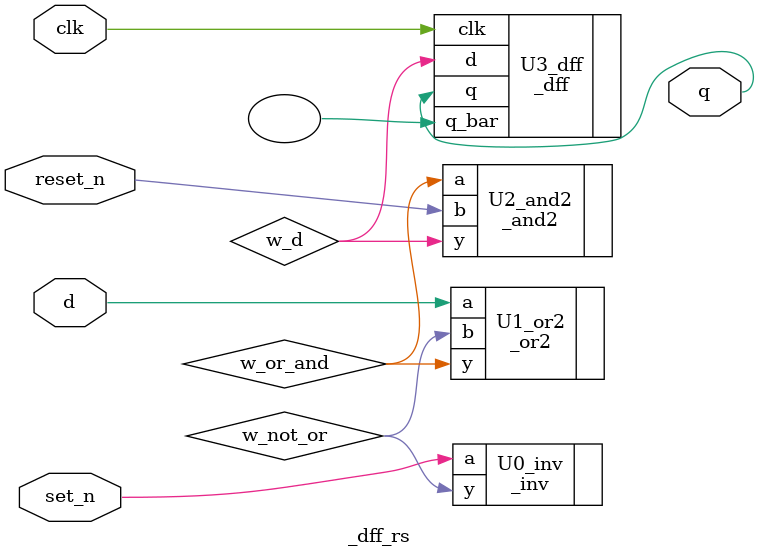
<source format=v>
module _dff_rs(clk, set_n, reset_n, d, q);
	input clk, set_n, reset_n, d;
	output q;

	wire w_not_or, w_or_and, w_d;

	_inv U0_inv(.a(set_n), .y(w_not_or));
	_or2 U1_or2(.a(d), .b(w_not_or), .y(w_or_and));
	_and2 U2_and2(.a(w_or_and), .b(reset_n), .y(w_d));
	_dff U3_dff(.clk(clk), .d(w_d), .q(q), .q_bar());
	
	// Note : D flip-flop with active-low synchronous reset and set
endmodule

</source>
